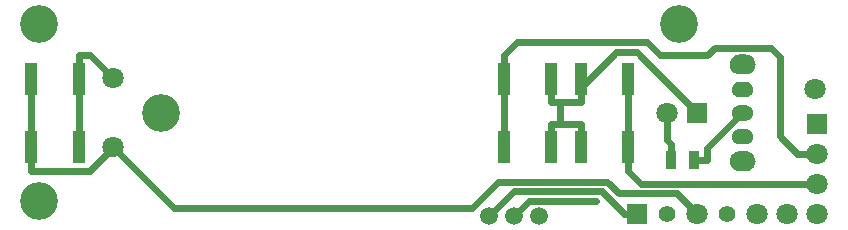
<source format=gbr>
G04 #@! TF.GenerationSoftware,KiCad,Pcbnew,5.1.0-unknown-7e34a5a~82~ubuntu18.04.1*
G04 #@! TF.CreationDate,2019-03-18T01:41:40+01:00*
G04 #@! TF.ProjectId,ATI DNA-C PCB Smart PWM v3,41544920-444e-4412-9d43-205043422053,rev?*
G04 #@! TF.SameCoordinates,Original*
G04 #@! TF.FileFunction,Copper,L1,Top*
G04 #@! TF.FilePolarity,Positive*
%FSLAX46Y46*%
G04 Gerber Fmt 4.6, Leading zero omitted, Abs format (unit mm)*
G04 Created by KiCad (PCBNEW 5.1.0-unknown-7e34a5a~82~ubuntu18.04.1) date 2019-03-18 01:41:40*
%MOMM*%
%LPD*%
G04 APERTURE LIST*
%ADD10C,0.100000*%
%ADD11C,1.500000*%
%ADD12R,1.700000X1.700000*%
%ADD13C,1.400000*%
%ADD14C,1.800000*%
%ADD15R,1.800000X1.800000*%
%ADD16C,1.300000*%
%ADD17C,1.700000*%
%ADD18C,3.200000*%
%ADD19R,0.970000X1.500000*%
%ADD20R,1.000000X2.800000*%
%ADD21C,0.600000*%
%ADD22C,0.600000*%
G04 APERTURE END LIST*
D10*
G36*
X176980000Y-98789000D02*
G01*
X177082000Y-98781000D01*
X177181000Y-98757000D01*
X177275000Y-98718000D01*
X177361000Y-98665000D01*
X177439000Y-98599000D01*
X177505000Y-98521000D01*
X177558000Y-98435000D01*
X177597000Y-98341000D01*
X177621000Y-98242000D01*
X177629000Y-98140000D01*
X177621000Y-98038000D01*
X177597000Y-97939000D01*
X177558000Y-97845000D01*
X177505000Y-97759000D01*
X177439000Y-97681000D01*
X177361000Y-97615000D01*
X177275000Y-97562000D01*
X177181000Y-97523000D01*
X177082000Y-97499000D01*
X176980000Y-97491000D01*
X176480000Y-97491000D01*
X176378000Y-97499000D01*
X176279000Y-97523000D01*
X176185000Y-97562000D01*
X176099000Y-97615000D01*
X176021000Y-97681000D01*
X175955000Y-97759000D01*
X175902000Y-97845000D01*
X175863000Y-97939000D01*
X175839000Y-98038000D01*
X175831000Y-98140000D01*
X175839000Y-98242000D01*
X175863000Y-98341000D01*
X175902000Y-98435000D01*
X175955000Y-98521000D01*
X176021000Y-98599000D01*
X176099000Y-98665000D01*
X176185000Y-98718000D01*
X176279000Y-98757000D01*
X176378000Y-98781000D01*
X176480000Y-98789000D01*
X176980000Y-98789000D01*
G37*
G36*
X176980000Y-100789000D02*
G01*
X177082000Y-100781000D01*
X177181000Y-100757000D01*
X177275000Y-100718000D01*
X177361000Y-100665000D01*
X177439000Y-100599000D01*
X177505000Y-100521000D01*
X177558000Y-100435000D01*
X177597000Y-100341000D01*
X177621000Y-100242000D01*
X177629000Y-100140000D01*
X177621000Y-100038000D01*
X177597000Y-99939000D01*
X177558000Y-99845000D01*
X177505000Y-99759000D01*
X177439000Y-99681000D01*
X177361000Y-99615000D01*
X177275000Y-99562000D01*
X177181000Y-99523000D01*
X177082000Y-99499000D01*
X176980000Y-99491000D01*
X176480000Y-99491000D01*
X176378000Y-99499000D01*
X176279000Y-99523000D01*
X176185000Y-99562000D01*
X176099000Y-99615000D01*
X176021000Y-99681000D01*
X175955000Y-99759000D01*
X175902000Y-99845000D01*
X175863000Y-99939000D01*
X175839000Y-100038000D01*
X175831000Y-100140000D01*
X175839000Y-100242000D01*
X175863000Y-100341000D01*
X175902000Y-100435000D01*
X175955000Y-100521000D01*
X176021000Y-100599000D01*
X176099000Y-100665000D01*
X176185000Y-100718000D01*
X176279000Y-100757000D01*
X176378000Y-100781000D01*
X176480000Y-100789000D01*
X176980000Y-100789000D01*
G37*
G36*
X176980000Y-102789000D02*
G01*
X177082000Y-102781000D01*
X177181000Y-102757000D01*
X177275000Y-102718000D01*
X177361000Y-102665000D01*
X177439000Y-102599000D01*
X177505000Y-102521000D01*
X177558000Y-102435000D01*
X177597000Y-102341000D01*
X177621000Y-102242000D01*
X177629000Y-102140000D01*
X177621000Y-102038000D01*
X177597000Y-101939000D01*
X177558000Y-101845000D01*
X177505000Y-101759000D01*
X177439000Y-101681000D01*
X177361000Y-101615000D01*
X177275000Y-101562000D01*
X177181000Y-101523000D01*
X177082000Y-101499000D01*
X176980000Y-101491000D01*
X176480000Y-101491000D01*
X176378000Y-101499000D01*
X176279000Y-101523000D01*
X176185000Y-101562000D01*
X176099000Y-101615000D01*
X176021000Y-101681000D01*
X175955000Y-101759000D01*
X175902000Y-101845000D01*
X175863000Y-101939000D01*
X175839000Y-102038000D01*
X175831000Y-102140000D01*
X175839000Y-102242000D01*
X175863000Y-102341000D01*
X175902000Y-102435000D01*
X175955000Y-102521000D01*
X176021000Y-102599000D01*
X176099000Y-102665000D01*
X176185000Y-102718000D01*
X176279000Y-102757000D01*
X176378000Y-102781000D01*
X176480000Y-102789000D01*
X176980000Y-102789000D01*
G37*
G36*
X176980000Y-96889000D02*
G01*
X177113000Y-96879000D01*
X177242000Y-96847000D01*
X177365000Y-96796000D01*
X177479000Y-96727000D01*
X177580000Y-96640000D01*
X177667000Y-96539000D01*
X177736000Y-96425000D01*
X177787000Y-96302000D01*
X177819000Y-96173000D01*
X177829000Y-96040000D01*
X177819000Y-95907000D01*
X177787000Y-95778000D01*
X177736000Y-95655000D01*
X177667000Y-95541000D01*
X177580000Y-95440000D01*
X177479000Y-95353000D01*
X177365000Y-95284000D01*
X177242000Y-95233000D01*
X177113000Y-95201000D01*
X176980000Y-95191000D01*
X176480000Y-95191000D01*
X176347000Y-95201000D01*
X176218000Y-95233000D01*
X176095000Y-95284000D01*
X175981000Y-95353000D01*
X175880000Y-95440000D01*
X175793000Y-95541000D01*
X175724000Y-95655000D01*
X175673000Y-95778000D01*
X175641000Y-95907000D01*
X175631000Y-96040000D01*
X175641000Y-96173000D01*
X175673000Y-96302000D01*
X175724000Y-96425000D01*
X175793000Y-96539000D01*
X175880000Y-96640000D01*
X175981000Y-96727000D01*
X176095000Y-96796000D01*
X176218000Y-96847000D01*
X176347000Y-96879000D01*
X176480000Y-96889000D01*
X176980000Y-96889000D01*
G37*
G36*
X176980000Y-105089000D02*
G01*
X177113000Y-105079000D01*
X177242000Y-105047000D01*
X177365000Y-104996000D01*
X177479000Y-104927000D01*
X177580000Y-104840000D01*
X177667000Y-104739000D01*
X177736000Y-104625000D01*
X177787000Y-104502000D01*
X177819000Y-104373000D01*
X177829000Y-104240000D01*
X177819000Y-104107000D01*
X177787000Y-103978000D01*
X177736000Y-103855000D01*
X177667000Y-103741000D01*
X177580000Y-103640000D01*
X177479000Y-103553000D01*
X177365000Y-103484000D01*
X177242000Y-103433000D01*
X177113000Y-103401000D01*
X176980000Y-103391000D01*
X176480000Y-103391000D01*
X176347000Y-103401000D01*
X176218000Y-103433000D01*
X176095000Y-103484000D01*
X175981000Y-103553000D01*
X175880000Y-103640000D01*
X175793000Y-103741000D01*
X175724000Y-103855000D01*
X175673000Y-103978000D01*
X175641000Y-104107000D01*
X175631000Y-104240000D01*
X175641000Y-104373000D01*
X175673000Y-104502000D01*
X175724000Y-104625000D01*
X175793000Y-104739000D01*
X175880000Y-104840000D01*
X175981000Y-104927000D01*
X176095000Y-104996000D01*
X176218000Y-105047000D01*
X176347000Y-105079000D01*
X176480000Y-105089000D01*
X176980000Y-105089000D01*
G37*
D11*
X159462000Y-108844000D03*
X155262000Y-108844000D03*
X157362000Y-108844000D03*
D12*
X167783000Y-108668000D03*
D13*
X170323000Y-108668000D03*
D14*
X172863000Y-108668000D03*
D13*
X175403000Y-108668000D03*
D14*
X177943000Y-108668000D03*
X183023000Y-108668000D03*
X183023000Y-106128000D03*
X183023000Y-103588000D03*
D12*
X183023000Y-101048000D03*
D14*
X180483000Y-108668000D03*
X123446000Y-97203000D03*
X123450000Y-103064000D03*
X170340000Y-100144000D03*
D15*
X172880000Y-100144000D03*
D14*
X182898000Y-98130000D03*
D16*
X176730000Y-98140000D03*
X176730000Y-100140000D03*
X176730000Y-102140000D03*
D17*
X176730000Y-96040000D03*
X176730000Y-104240000D03*
D18*
X127515000Y-100115000D03*
X171309000Y-92643600D03*
X117169000Y-107644000D03*
X117169000Y-92643600D03*
D19*
X170704000Y-104111000D03*
X172614000Y-104111000D03*
D20*
X120523000Y-97244000D03*
X120523000Y-103044000D03*
X116523000Y-97244000D03*
X116523000Y-103044000D03*
X160510000Y-97244000D03*
X160510000Y-103044000D03*
X156510000Y-97244000D03*
X156510000Y-103044000D03*
X163062000Y-103044000D03*
X163062000Y-97244000D03*
X167062000Y-103044000D03*
X167062000Y-97244000D03*
D21*
X164320000Y-107570000D03*
D22*
X116523000Y-103044000D02*
X116523000Y-105044000D01*
X116523000Y-105044000D02*
X121470000Y-105044000D01*
X121470000Y-105044000D02*
X123450000Y-103064000D01*
X116523000Y-103044000D02*
X116523000Y-97244000D01*
X128566000Y-108180000D02*
X123450000Y-103064000D01*
X171155000Y-106960000D02*
X166274200Y-106960000D01*
X172863000Y-108668000D02*
X171155000Y-106960000D01*
X166274200Y-106960000D02*
X165283100Y-105968900D01*
X165283100Y-105968900D02*
X156017700Y-105968900D01*
X153806600Y-108180000D02*
X128566000Y-108180000D01*
X156017700Y-105968900D02*
X153806600Y-108180000D01*
X156510000Y-103044000D02*
X156510000Y-97244000D01*
X179880000Y-102090000D02*
X181378000Y-103588000D01*
X179880000Y-95390000D02*
X179880000Y-102090000D01*
X179115000Y-94625000D02*
X179880000Y-95390000D01*
X174375000Y-94625000D02*
X179115000Y-94625000D01*
X156510000Y-95244000D02*
X157614000Y-94140000D01*
X156510000Y-97244000D02*
X156510000Y-95244000D01*
X181378000Y-103588000D02*
X183023000Y-103588000D01*
X157614000Y-94140000D02*
X168630000Y-94140000D01*
X168630000Y-94140000D02*
X169740000Y-95250000D01*
X169740000Y-95250000D02*
X173750000Y-95250000D01*
X173750000Y-95250000D02*
X174375000Y-94625000D01*
X167062000Y-105044000D02*
X168146000Y-106128000D01*
X168146000Y-106128000D02*
X183023000Y-106128000D01*
X167062000Y-97244000D02*
X167062000Y-103044000D01*
X167062000Y-103044000D02*
X167062000Y-105044000D01*
X163062000Y-97994000D02*
X163062000Y-99244000D01*
X163062000Y-97244000D02*
X163062000Y-97994000D01*
X161261300Y-99244000D02*
X160510000Y-99244000D01*
X163062000Y-99244000D02*
X161261300Y-99244000D01*
X161261300Y-99244000D02*
X161261300Y-101044000D01*
X120523000Y-97244000D02*
X120523000Y-95244000D01*
X123446000Y-97203000D02*
X121487000Y-95244000D01*
X121487000Y-95244000D02*
X120523000Y-95244000D01*
X120523000Y-97244000D02*
X120523000Y-103044000D01*
X160510000Y-103044000D02*
X160510000Y-101044000D01*
X161261300Y-101044000D02*
X160510000Y-101044000D01*
X161261300Y-101044000D02*
X163062000Y-101044000D01*
X163062000Y-103044000D02*
X163062000Y-101044000D01*
X160510000Y-97244000D02*
X160510000Y-99244000D01*
X157336800Y-106769200D02*
X155262000Y-108844000D01*
X167783000Y-108668000D02*
X166721000Y-108668000D01*
X164822200Y-106769200D02*
X157336800Y-106769200D01*
X166721000Y-108668000D02*
X164822200Y-106769200D01*
X167766000Y-95030000D02*
X172880000Y-100144000D01*
X163062000Y-97994000D02*
X166026000Y-95030000D01*
X166026000Y-95030000D02*
X167766000Y-95030000D01*
X176686758Y-100140000D02*
X176730000Y-100140000D01*
X173699000Y-103127758D02*
X176686758Y-100140000D01*
X172614000Y-104111000D02*
X173699000Y-104111000D01*
X173699000Y-104111000D02*
X173699000Y-103127758D01*
X170346294Y-100150294D02*
X170340000Y-100144000D01*
X170704000Y-104111000D02*
X170704000Y-102761000D01*
X170346294Y-102403294D02*
X170346294Y-100150294D01*
X170704000Y-102761000D02*
X170346294Y-102403294D01*
X158636500Y-107569500D02*
X164327000Y-107569500D01*
X157362000Y-108844000D02*
X158636500Y-107569500D01*
M02*

</source>
